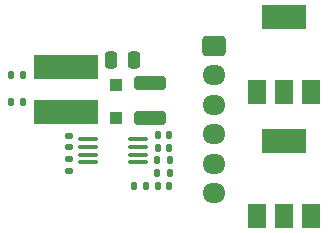
<source format=gbr>
%TF.GenerationSoftware,KiCad,Pcbnew,5.99.0-unknown-881cb3182b~117~ubuntu18.04.1*%
%TF.CreationDate,2021-02-21T21:18:57+01:00*%
%TF.ProjectId,stanislao_nrf,7374616e-6973-46c6-916f-5f6e72662e6b,rev?*%
%TF.SameCoordinates,Original*%
%TF.FileFunction,Soldermask,Top*%
%TF.FilePolarity,Negative*%
%FSLAX46Y46*%
G04 Gerber Fmt 4.6, Leading zero omitted, Abs format (unit mm)*
G04 Created by KiCad (PCBNEW 5.99.0-unknown-881cb3182b~117~ubuntu18.04.1) date 2021-02-21 21:18:57*
%MOMM*%
%LPD*%
G01*
G04 APERTURE LIST*
G04 Aperture macros list*
%AMRoundRect*
0 Rectangle with rounded corners*
0 $1 Rounding radius*
0 $2 $3 $4 $5 $6 $7 $8 $9 X,Y pos of 4 corners*
0 Add a 4 corners polygon primitive as box body*
4,1,4,$2,$3,$4,$5,$6,$7,$8,$9,$2,$3,0*
0 Add four circle primitives for the rounded corners*
1,1,$1+$1,$2,$3*
1,1,$1+$1,$4,$5*
1,1,$1+$1,$6,$7*
1,1,$1+$1,$8,$9*
0 Add four rect primitives between the rounded corners*
20,1,$1+$1,$2,$3,$4,$5,0*
20,1,$1+$1,$4,$5,$6,$7,0*
20,1,$1+$1,$6,$7,$8,$9,0*
20,1,$1+$1,$8,$9,$2,$3,0*%
G04 Aperture macros list end*
%ADD10RoundRect,0.250000X-0.250000X-0.475000X0.250000X-0.475000X0.250000X0.475000X-0.250000X0.475000X0*%
%ADD11RoundRect,0.250000X1.100000X-0.325000X1.100000X0.325000X-1.100000X0.325000X-1.100000X-0.325000X0*%
%ADD12RoundRect,0.140000X0.140000X0.170000X-0.140000X0.170000X-0.140000X-0.170000X0.140000X-0.170000X0*%
%ADD13R,1.100000X1.100000*%
%ADD14RoundRect,0.135000X-0.185000X0.135000X-0.185000X-0.135000X0.185000X-0.135000X0.185000X0.135000X0*%
%ADD15R,5.500000X2.150000*%
%ADD16RoundRect,0.135000X0.135000X0.185000X-0.135000X0.185000X-0.135000X-0.185000X0.135000X-0.185000X0*%
%ADD17R,1.500000X2.000000*%
%ADD18R,3.800000X2.000000*%
%ADD19RoundRect,0.135000X-0.135000X-0.185000X0.135000X-0.185000X0.135000X0.185000X-0.135000X0.185000X0*%
%ADD20RoundRect,0.140000X0.170000X-0.140000X0.170000X0.140000X-0.170000X0.140000X-0.170000X-0.140000X0*%
%ADD21RoundRect,0.100000X-0.712500X-0.100000X0.712500X-0.100000X0.712500X0.100000X-0.712500X0.100000X0*%
%ADD22RoundRect,0.140000X-0.140000X-0.170000X0.140000X-0.170000X0.140000X0.170000X-0.140000X0.170000X0*%
%ADD23RoundRect,0.250000X-0.725000X0.600000X-0.725000X-0.600000X0.725000X-0.600000X0.725000X0.600000X0*%
%ADD24O,1.950000X1.700000*%
G04 APERTURE END LIST*
D10*
%TO.C,C6*%
X86890000Y-65000000D03*
X88790000Y-65000000D03*
%TD*%
D11*
%TO.C,C1*%
X90140000Y-69875000D03*
X90140000Y-66925000D03*
%TD*%
D12*
%TO.C,C3*%
X91780000Y-72400000D03*
X90820000Y-72400000D03*
%TD*%
D13*
%TO.C,D1*%
X87290000Y-69900000D03*
X87290000Y-67100000D03*
%TD*%
D14*
%TO.C,R2*%
X83300000Y-73390000D03*
X83300000Y-74410000D03*
%TD*%
D15*
%TO.C,L1*%
X83040000Y-69375000D03*
X83040000Y-65525000D03*
%TD*%
D16*
%TO.C,R1*%
X91810000Y-73450000D03*
X90790000Y-73450000D03*
%TD*%
D17*
%TO.C,Q2*%
X99200000Y-78150000D03*
X101500000Y-78150000D03*
D18*
X101500000Y-71850000D03*
D17*
X103800000Y-78150000D03*
%TD*%
D19*
%TO.C,R3*%
X88790000Y-75650000D03*
X89810000Y-75650000D03*
%TD*%
D20*
%TO.C,C4*%
X83300000Y-72380000D03*
X83300000Y-71420000D03*
%TD*%
D17*
%TO.C,Q1*%
X99200000Y-67650000D03*
X101500000Y-67650000D03*
D18*
X101500000Y-61350000D03*
D17*
X103800000Y-67650000D03*
%TD*%
D16*
%TO.C,R5*%
X79410000Y-68550000D03*
X78390000Y-68550000D03*
%TD*%
D19*
%TO.C,R4*%
X90790000Y-74550000D03*
X91810000Y-74550000D03*
%TD*%
D21*
%TO.C,U2*%
X84937500Y-71675000D03*
X84937500Y-72325000D03*
X84937500Y-72975000D03*
X84937500Y-73625000D03*
X89162500Y-73625000D03*
X89162500Y-72975000D03*
X89162500Y-72325000D03*
X89162500Y-71675000D03*
%TD*%
D12*
%TO.C,C5*%
X91780000Y-75650000D03*
X90820000Y-75650000D03*
%TD*%
D22*
%TO.C,C2*%
X90820000Y-71350000D03*
X91780000Y-71350000D03*
%TD*%
%TO.C,C7*%
X78420000Y-66250000D03*
X79380000Y-66250000D03*
%TD*%
D23*
%TO.C,J1*%
X95550000Y-63750000D03*
D24*
X95550000Y-66250000D03*
X95550000Y-68750000D03*
X95550000Y-71250000D03*
X95550000Y-73750000D03*
X95550000Y-76250000D03*
%TD*%
M02*

</source>
